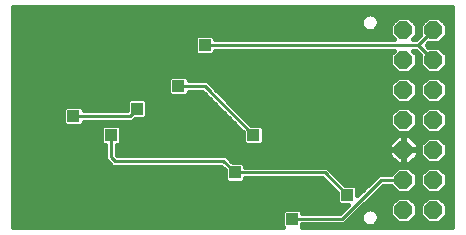
<source format=gbl>
G75*
G70*
%OFA0B0*%
%FSLAX24Y24*%
%IPPOS*%
%LPD*%
%AMOC8*
5,1,8,0,0,1.08239X$1,22.5*
%
%ADD10OC8,0.0600*%
%ADD11R,0.0396X0.0396*%
%ADD12C,0.0100*%
%ADD13C,0.0160*%
D10*
X016756Y000931D03*
X017756Y000931D03*
X017756Y001931D03*
X016756Y001931D03*
X016756Y002931D03*
X017756Y002931D03*
X017756Y003931D03*
X016756Y003931D03*
X016756Y004931D03*
X017756Y004931D03*
X017756Y005931D03*
X016756Y005931D03*
X016756Y006931D03*
X017756Y006931D03*
D11*
X011506Y004806D03*
X009256Y005056D03*
X007881Y004306D03*
X006756Y004806D03*
X005756Y004056D03*
X005881Y003431D03*
X007006Y003431D03*
X007881Y003556D03*
X011131Y002181D03*
X011756Y003431D03*
X014881Y001431D03*
X013051Y000636D03*
X004381Y003306D03*
X010131Y006431D03*
D12*
X017256Y006431D01*
X017756Y006931D01*
X017256Y006431D02*
X017756Y005931D01*
X011756Y003431D02*
X010131Y005056D01*
X009256Y005056D01*
X007881Y004306D02*
X007631Y004056D01*
X005756Y004056D01*
X007006Y003431D02*
X007006Y002681D01*
X007131Y002556D01*
X010756Y002556D01*
X011131Y002181D01*
X014131Y002181D01*
X014881Y001431D01*
X014711Y000636D02*
X016006Y001931D01*
X016756Y001931D01*
X014711Y000636D02*
X013051Y000636D01*
D13*
X003756Y000361D02*
X003756Y007681D01*
X018381Y007681D01*
X018381Y000361D01*
X013371Y000361D01*
X013389Y000380D01*
X013389Y000446D01*
X014632Y000446D01*
X014789Y000446D01*
X016085Y001741D01*
X016324Y001741D01*
X016574Y001491D01*
X016938Y001491D01*
X017196Y001749D01*
X017196Y002114D01*
X016938Y002371D01*
X016574Y002371D01*
X016324Y002121D01*
X016085Y002121D01*
X015927Y002121D01*
X015219Y001413D01*
X015219Y001688D01*
X015137Y001769D01*
X014812Y001769D01*
X014321Y002260D01*
X014210Y002371D01*
X011469Y002371D01*
X011469Y002438D01*
X011387Y002519D01*
X011062Y002519D01*
X010835Y002746D01*
X010677Y002746D01*
X007210Y002746D01*
X007196Y002760D01*
X007196Y003093D01*
X007262Y003093D01*
X007344Y003175D01*
X007344Y003688D01*
X007262Y003769D01*
X006750Y003769D01*
X006668Y003688D01*
X006668Y003175D01*
X006750Y003093D01*
X006816Y003093D01*
X006816Y002760D01*
X006816Y002603D01*
X006941Y002478D01*
X007052Y002366D01*
X010677Y002366D01*
X010793Y002251D01*
X010793Y001925D01*
X010875Y001843D01*
X011387Y001843D01*
X011469Y001925D01*
X011469Y001991D01*
X014052Y001991D01*
X014543Y001501D01*
X014543Y001175D01*
X014625Y001093D01*
X014899Y001093D01*
X014632Y000826D01*
X013389Y000826D01*
X013389Y000892D01*
X013307Y000974D01*
X012795Y000974D01*
X003756Y000974D01*
X003756Y000816D02*
X012713Y000816D01*
X012713Y000892D02*
X012713Y000380D01*
X012732Y000361D01*
X003756Y000361D01*
X003756Y000499D02*
X012713Y000499D01*
X012713Y000657D02*
X003756Y000657D01*
X003756Y001133D02*
X014586Y001133D01*
X014543Y001291D02*
X003756Y001291D01*
X003756Y001450D02*
X014543Y001450D01*
X014435Y001608D02*
X003756Y001608D01*
X003756Y001767D02*
X014277Y001767D01*
X014118Y001925D02*
X011469Y001925D01*
X010793Y001925D02*
X003756Y001925D01*
X003756Y002084D02*
X010793Y002084D01*
X010793Y002242D02*
X003756Y002242D01*
X003756Y002401D02*
X007018Y002401D01*
X006859Y002560D02*
X003756Y002560D01*
X003756Y002718D02*
X006816Y002718D01*
X006816Y002877D02*
X003756Y002877D01*
X003756Y003035D02*
X006816Y003035D01*
X006668Y003194D02*
X003756Y003194D01*
X003756Y003352D02*
X006668Y003352D01*
X006668Y003511D02*
X003756Y003511D01*
X003756Y003669D02*
X006668Y003669D01*
X006094Y003800D02*
X006094Y003866D01*
X007552Y003866D01*
X007710Y003866D01*
X007812Y003968D01*
X008137Y003968D01*
X008219Y004050D01*
X008219Y004563D01*
X008137Y004644D01*
X007625Y004644D01*
X007543Y004563D01*
X007543Y004246D01*
X006094Y004246D01*
X006094Y004313D01*
X006012Y004394D01*
X005500Y004394D01*
X005418Y004313D01*
X005418Y003800D01*
X005500Y003718D01*
X006012Y003718D01*
X006094Y003800D01*
X006094Y003828D02*
X011091Y003828D01*
X011249Y003669D02*
X007344Y003669D01*
X007344Y003511D02*
X011408Y003511D01*
X011418Y003501D02*
X011418Y003175D01*
X011500Y003093D01*
X012012Y003093D01*
X012094Y003175D01*
X012094Y003688D01*
X012012Y003769D01*
X011687Y003769D01*
X010210Y005246D01*
X010052Y005246D01*
X009594Y005246D01*
X009594Y005313D01*
X009512Y005394D01*
X009000Y005394D01*
X008918Y005313D01*
X008918Y004800D01*
X009000Y004718D01*
X009512Y004718D01*
X009594Y004800D01*
X009594Y004866D01*
X010052Y004866D01*
X011418Y003501D01*
X011418Y003352D02*
X007344Y003352D01*
X007344Y003194D02*
X011418Y003194D01*
X012094Y003194D02*
X016340Y003194D01*
X016276Y003130D02*
X016276Y002951D01*
X016736Y002951D01*
X016736Y002911D01*
X016776Y002911D01*
X016776Y002451D01*
X016955Y002451D01*
X017236Y002733D01*
X017236Y002911D01*
X016776Y002911D01*
X016776Y002951D01*
X017236Y002951D01*
X017236Y003130D01*
X016955Y003411D01*
X016776Y003411D01*
X016776Y002952D01*
X016736Y002952D01*
X016736Y003411D01*
X016557Y003411D01*
X016276Y003130D01*
X016276Y003035D02*
X007196Y003035D01*
X007196Y002877D02*
X016276Y002877D01*
X016276Y002911D02*
X016276Y002733D01*
X016557Y002451D01*
X016736Y002451D01*
X016736Y002911D01*
X016276Y002911D01*
X016291Y002718D02*
X010863Y002718D01*
X011022Y002560D02*
X016449Y002560D01*
X016736Y002560D02*
X016776Y002560D01*
X017063Y002560D02*
X017506Y002560D01*
X017574Y002491D02*
X017938Y002491D01*
X018196Y002749D01*
X018196Y003114D01*
X017938Y003371D01*
X017574Y003371D01*
X017316Y003114D01*
X017316Y002749D01*
X017574Y002491D01*
X017574Y002371D02*
X017316Y002114D01*
X017316Y001749D01*
X017574Y001491D01*
X017938Y001491D01*
X018196Y001749D01*
X018196Y002114D01*
X017938Y002371D01*
X017574Y002371D01*
X017445Y002242D02*
X017067Y002242D01*
X017196Y002084D02*
X017316Y002084D01*
X017316Y001925D02*
X017196Y001925D01*
X017196Y001767D02*
X017316Y001767D01*
X017457Y001608D02*
X017055Y001608D01*
X016938Y001371D02*
X016574Y001371D01*
X016316Y001114D01*
X016316Y000749D01*
X016574Y000491D01*
X016938Y000491D01*
X017196Y000749D01*
X017196Y001114D01*
X016938Y001371D01*
X017018Y001291D02*
X017494Y001291D01*
X017574Y001371D02*
X017316Y001114D01*
X017316Y000749D01*
X017574Y000491D01*
X017938Y000491D01*
X018196Y000749D01*
X018196Y001114D01*
X017938Y001371D01*
X017574Y001371D01*
X018018Y001291D02*
X018381Y001291D01*
X018381Y001133D02*
X018177Y001133D01*
X018196Y000974D02*
X018381Y000974D01*
X018381Y000816D02*
X018196Y000816D01*
X018104Y000657D02*
X018381Y000657D01*
X018381Y000499D02*
X017945Y000499D01*
X017567Y000499D02*
X016945Y000499D01*
X017104Y000657D02*
X017408Y000657D01*
X017316Y000816D02*
X017196Y000816D01*
X017196Y000974D02*
X017316Y000974D01*
X017335Y001133D02*
X017177Y001133D01*
X016494Y001291D02*
X015635Y001291D01*
X015793Y001450D02*
X018381Y001450D01*
X018381Y001608D02*
X018055Y001608D01*
X018196Y001767D02*
X018381Y001767D01*
X018381Y001925D02*
X018196Y001925D01*
X018196Y002084D02*
X018381Y002084D01*
X018381Y002242D02*
X018067Y002242D01*
X018381Y002401D02*
X011469Y002401D01*
X012094Y003352D02*
X016498Y003352D01*
X016574Y003491D02*
X016938Y003491D01*
X017196Y003749D01*
X017196Y004114D01*
X016938Y004371D01*
X016574Y004371D01*
X016316Y004114D01*
X016316Y003749D01*
X016574Y003491D01*
X016554Y003511D02*
X012094Y003511D01*
X012094Y003669D02*
X016396Y003669D01*
X016316Y003828D02*
X011628Y003828D01*
X011470Y003986D02*
X016316Y003986D01*
X016347Y004145D02*
X011311Y004145D01*
X011153Y004304D02*
X016506Y004304D01*
X016574Y004491D02*
X016938Y004491D01*
X017196Y004749D01*
X017196Y005114D01*
X016938Y005371D01*
X016574Y005371D01*
X016316Y005114D01*
X016316Y004749D01*
X016574Y004491D01*
X016445Y004621D02*
X010835Y004621D01*
X010677Y004779D02*
X016316Y004779D01*
X016316Y004938D02*
X010518Y004938D01*
X010360Y005096D02*
X016316Y005096D01*
X016457Y005255D02*
X009594Y005255D01*
X008918Y005255D02*
X003756Y005255D01*
X003756Y005413D02*
X018381Y005413D01*
X018381Y005255D02*
X018055Y005255D01*
X017938Y005371D02*
X017574Y005371D01*
X017316Y005114D01*
X017316Y004749D01*
X017574Y004491D01*
X017938Y004491D01*
X018196Y004749D01*
X018196Y005114D01*
X017938Y005371D01*
X017938Y005491D02*
X017574Y005491D01*
X017316Y005749D01*
X017316Y006103D01*
X017177Y006241D01*
X017068Y006241D01*
X017196Y006114D01*
X017196Y005749D01*
X016938Y005491D01*
X016574Y005491D01*
X016316Y005749D01*
X016316Y006114D01*
X016444Y006241D01*
X010469Y006241D01*
X010469Y006175D01*
X010387Y006093D01*
X009875Y006093D01*
X009793Y006175D01*
X009793Y006688D01*
X009875Y006769D01*
X010387Y006769D01*
X010469Y006688D01*
X010469Y006621D01*
X016444Y006621D01*
X016316Y006749D01*
X016316Y007114D01*
X016574Y007371D01*
X016938Y007371D01*
X017196Y007114D01*
X017196Y006749D01*
X017068Y006621D01*
X017177Y006621D01*
X017316Y006760D01*
X017316Y007114D01*
X017574Y007371D01*
X017938Y007371D01*
X018196Y007114D01*
X018196Y006749D01*
X017938Y006491D01*
X017585Y006491D01*
X017525Y006431D01*
X017585Y006371D01*
X017938Y006371D01*
X018196Y006114D01*
X018196Y005749D01*
X017938Y005491D01*
X018019Y005572D02*
X018381Y005572D01*
X018381Y005730D02*
X018177Y005730D01*
X018196Y005889D02*
X018381Y005889D01*
X018381Y006048D02*
X018196Y006048D01*
X018104Y006206D02*
X018381Y006206D01*
X018381Y006365D02*
X017945Y006365D01*
X017970Y006523D02*
X018381Y006523D01*
X018381Y006682D02*
X018129Y006682D01*
X018196Y006840D02*
X018381Y006840D01*
X018381Y006999D02*
X018196Y006999D01*
X018152Y007157D02*
X018381Y007157D01*
X018381Y007316D02*
X017994Y007316D01*
X018381Y007474D02*
X015703Y007474D01*
X015690Y007479D02*
X015572Y007479D01*
X015462Y007434D01*
X015378Y007350D01*
X015333Y007241D01*
X015333Y007122D01*
X015378Y007013D01*
X015462Y006929D01*
X015572Y006883D01*
X015690Y006883D01*
X015800Y006929D01*
X015884Y007013D01*
X015929Y007122D01*
X015929Y007241D01*
X015884Y007350D01*
X015800Y007434D01*
X015690Y007479D01*
X015559Y007474D02*
X003756Y007474D01*
X003756Y007316D02*
X015364Y007316D01*
X015333Y007157D02*
X003756Y007157D01*
X003756Y006999D02*
X015392Y006999D01*
X015870Y006999D02*
X016316Y006999D01*
X016316Y006840D02*
X003756Y006840D01*
X003756Y006682D02*
X009793Y006682D01*
X009793Y006523D02*
X003756Y006523D01*
X003756Y006365D02*
X009793Y006365D01*
X009793Y006206D02*
X003756Y006206D01*
X003756Y006048D02*
X016316Y006048D01*
X016316Y005889D02*
X003756Y005889D01*
X003756Y005730D02*
X016335Y005730D01*
X016493Y005572D02*
X003756Y005572D01*
X003756Y005096D02*
X008918Y005096D01*
X008918Y004938D02*
X003756Y004938D01*
X003756Y004779D02*
X008939Y004779D01*
X009573Y004779D02*
X010140Y004779D01*
X010298Y004621D02*
X008161Y004621D01*
X008219Y004462D02*
X010457Y004462D01*
X010615Y004304D02*
X008219Y004304D01*
X008219Y004145D02*
X010774Y004145D01*
X010932Y003986D02*
X008155Y003986D01*
X007543Y004304D02*
X006094Y004304D01*
X005418Y004304D02*
X003756Y004304D01*
X003756Y004462D02*
X007543Y004462D01*
X007601Y004621D02*
X003756Y004621D01*
X003756Y004145D02*
X005418Y004145D01*
X005418Y003986D02*
X003756Y003986D01*
X003756Y003828D02*
X005418Y003828D01*
X010994Y004462D02*
X018381Y004462D01*
X018381Y004304D02*
X018006Y004304D01*
X017938Y004371D02*
X017574Y004371D01*
X017316Y004114D01*
X017316Y003749D01*
X017574Y003491D01*
X017938Y003491D01*
X018196Y003749D01*
X018196Y004114D01*
X017938Y004371D01*
X017506Y004304D02*
X017006Y004304D01*
X017165Y004145D02*
X017347Y004145D01*
X017316Y003986D02*
X017196Y003986D01*
X017196Y003828D02*
X017316Y003828D01*
X017396Y003669D02*
X017116Y003669D01*
X016958Y003511D02*
X017554Y003511D01*
X017555Y003352D02*
X017014Y003352D01*
X016776Y003352D02*
X016736Y003352D01*
X016736Y003194D02*
X016776Y003194D01*
X016776Y003035D02*
X016736Y003035D01*
X016736Y002877D02*
X016776Y002877D01*
X016776Y002718D02*
X016736Y002718D01*
X017221Y002718D02*
X017347Y002718D01*
X017316Y002877D02*
X017236Y002877D01*
X017236Y003035D02*
X017316Y003035D01*
X017396Y003194D02*
X017172Y003194D01*
X017957Y003352D02*
X018381Y003352D01*
X018381Y003194D02*
X018116Y003194D01*
X018196Y003035D02*
X018381Y003035D01*
X018381Y002877D02*
X018196Y002877D01*
X018165Y002718D02*
X018381Y002718D01*
X018381Y002560D02*
X018006Y002560D01*
X016445Y002242D02*
X014339Y002242D01*
X014497Y002084D02*
X015890Y002084D01*
X015731Y001925D02*
X014656Y001925D01*
X015140Y001767D02*
X015573Y001767D01*
X015414Y001608D02*
X015219Y001608D01*
X015219Y001450D02*
X015256Y001450D01*
X015476Y001133D02*
X016335Y001133D01*
X016316Y000974D02*
X015703Y000974D01*
X015690Y000979D02*
X015572Y000979D01*
X015462Y000934D01*
X015378Y000850D01*
X015333Y000741D01*
X015333Y000622D01*
X015378Y000513D01*
X015462Y000429D01*
X015572Y000383D01*
X015690Y000383D01*
X015800Y000429D01*
X015884Y000513D01*
X015929Y000622D01*
X015929Y000741D01*
X015884Y000850D01*
X015800Y000934D01*
X015690Y000979D01*
X015559Y000974D02*
X015317Y000974D01*
X015364Y000816D02*
X015159Y000816D01*
X015000Y000657D02*
X015333Y000657D01*
X015392Y000499D02*
X014842Y000499D01*
X015870Y000499D02*
X016567Y000499D01*
X016408Y000657D02*
X015929Y000657D01*
X015898Y000816D02*
X016316Y000816D01*
X014780Y000974D02*
X013307Y000974D01*
X012795Y000974D02*
X012713Y000892D01*
X015952Y001608D02*
X016457Y001608D01*
X017958Y003511D02*
X018381Y003511D01*
X018381Y003669D02*
X018116Y003669D01*
X018196Y003828D02*
X018381Y003828D01*
X018381Y003986D02*
X018196Y003986D01*
X018165Y004145D02*
X018381Y004145D01*
X018381Y004621D02*
X018067Y004621D01*
X018196Y004779D02*
X018381Y004779D01*
X018381Y004938D02*
X018196Y004938D01*
X018196Y005096D02*
X018381Y005096D01*
X017457Y005255D02*
X017055Y005255D01*
X017196Y005096D02*
X017316Y005096D01*
X017316Y004938D02*
X017196Y004938D01*
X017196Y004779D02*
X017316Y004779D01*
X017445Y004621D02*
X017067Y004621D01*
X017019Y005572D02*
X017493Y005572D01*
X017335Y005730D02*
X017177Y005730D01*
X017196Y005889D02*
X017316Y005889D01*
X017316Y006048D02*
X017196Y006048D01*
X017213Y006206D02*
X017104Y006206D01*
X016409Y006206D02*
X010469Y006206D01*
X010469Y006682D02*
X016384Y006682D01*
X017128Y006682D02*
X017238Y006682D01*
X017196Y006840D02*
X017316Y006840D01*
X017316Y006999D02*
X017196Y006999D01*
X017152Y007157D02*
X017360Y007157D01*
X017518Y007316D02*
X016994Y007316D01*
X016518Y007316D02*
X015898Y007316D01*
X015929Y007157D02*
X016360Y007157D01*
X018381Y007633D02*
X003756Y007633D01*
M02*

</source>
